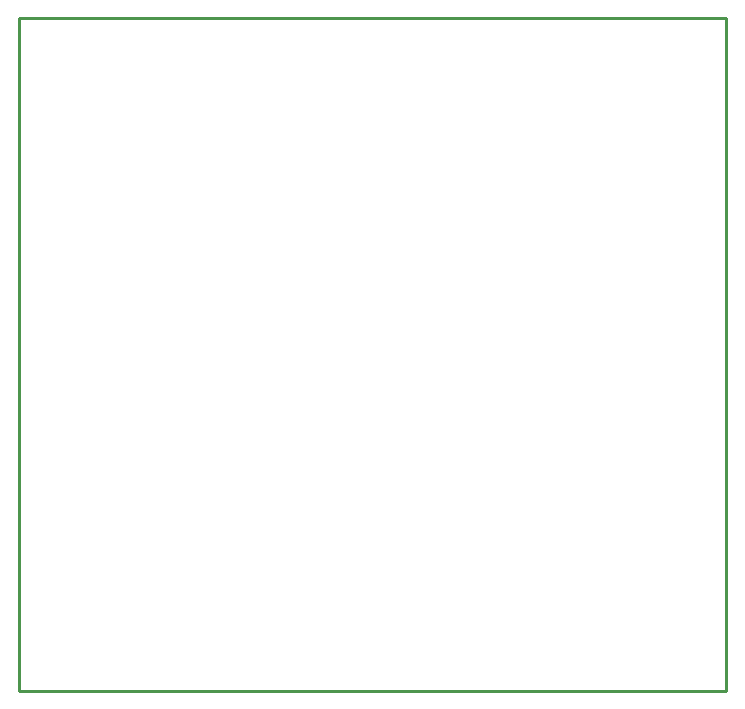
<source format=gko>
G04 Layer: BoardOutline*
G04 EasyEDA v6.4.20.6, 2021-07-19T19:11:35--4:00*
G04 e84b6f659e4c45e888895c734b18603a,91999b56e5bf4a9c8a3ad43c56598434,10*
G04 Gerber Generator version 0.2*
G04 Scale: 100 percent, Rotated: No, Reflected: No *
G04 Dimensions in millimeters *
G04 leading zeros omitted , absolute positions ,4 integer and 5 decimal *
%FSLAX45Y45*%
%MOMM*%

%ADD10C,0.2540*%
D10*
X-139700Y6339799D02*
G01*
X5842000Y6339799D01*
X5842000Y647700D01*
X-139700Y647700D01*
X-139700Y6339799D01*

%LPD*%
M02*

</source>
